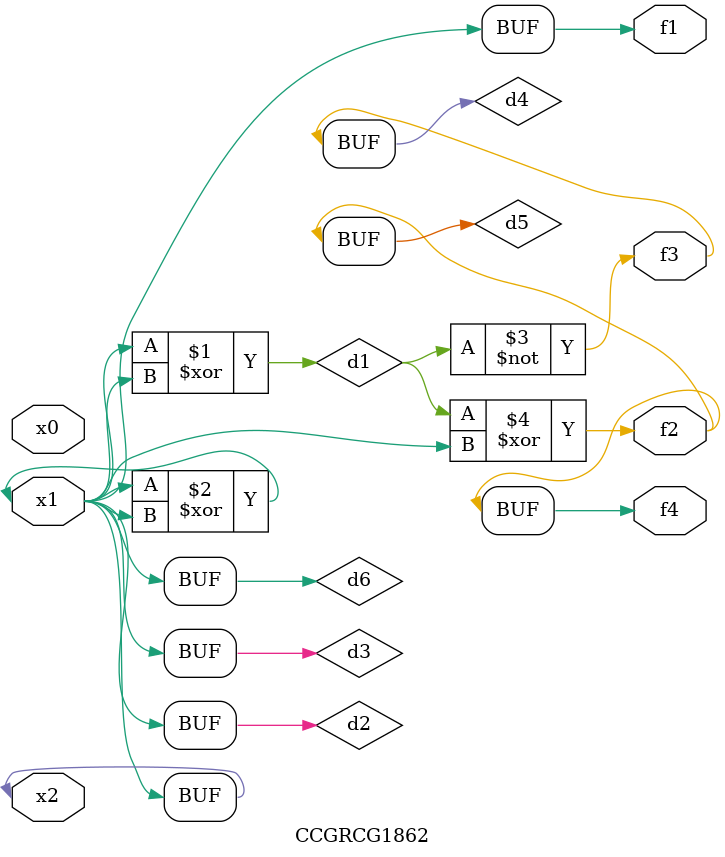
<source format=v>
module CCGRCG1862(
	input x0, x1, x2,
	output f1, f2, f3, f4
);

	wire d1, d2, d3, d4, d5, d6;

	xor (d1, x1, x2);
	buf (d2, x1, x2);
	xor (d3, x1, x2);
	nor (d4, d1);
	xor (d5, d1, d2);
	buf (d6, d2, d3);
	assign f1 = d6;
	assign f2 = d5;
	assign f3 = d4;
	assign f4 = d5;
endmodule

</source>
